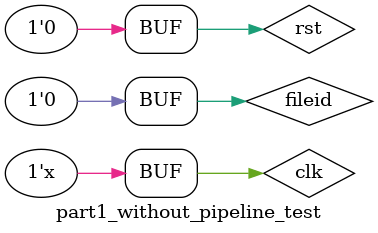
<source format=v>
`timescale 1ns / 1ps

module part1_without_pipeline_test;

	// Inputs
	reg clk;
	reg rst;
	reg fileid;

	// Outputs
	wire [15:0] rdata1;
	wire [15:0] rdata2;
	wire [3:0] raddr2;
	wire [15:0] alu_in2;
	wire [15:0] aluout;
	wire [15:0] INST;
	wire [2:0] aluop;
	wire [15:0] imm_extended;
	wire [15:0] branch_adder_out;
	wire [15:0] rdata_mem;
	wire mem_write;
	wire mem_to_reg;
	wire branch;
	wire zero;
	wire PCSrc;
	wire RegDst;
	wire ALUSrc;
	wire [15:0] PCOUT;
	wire [15:0] nPC;

	// Instantiate the Unit Under Test (UUT)
	part1_without_pipeline uut (
		.clk(clk), 
		.rst(rst), 
		.fileid(fileid), 
		.rdata1(rdata1), 
		.rdata2(rdata2), 
		.raddr2(raddr2), 
		.alu_in2(alu_in2), 
		.aluout(aluout), 
		.INST(INST), 
		.aluop(aluop), 
		.imm_extended(imm_extended), 
		.branch_adder_out(branch_adder_out), 
		.rdata_mem(rdata_mem), 
		.mem_write(mem_write), 
		.mem_to_reg(mem_to_reg), 
		.branch(branch), 
		.zero(zero), 
		.PCSrc(PCSrc), 
		.RegDst(RegDst), 
		.ALUSrc(ALUSrc), 
		.PCOUT(PCOUT), 
		.nPC(nPC)
	);

always #15 clk = ~clk;
	initial begin
		// Initialize Inputs
		clk = 0;
		rst = 0;
		fileid = 0;

		// Wait 100 ns for global reset to finish
		#100;
#25 rst =1;
#25 rst=0;
		// Add stimulus here

	end
      
endmodule


</source>
